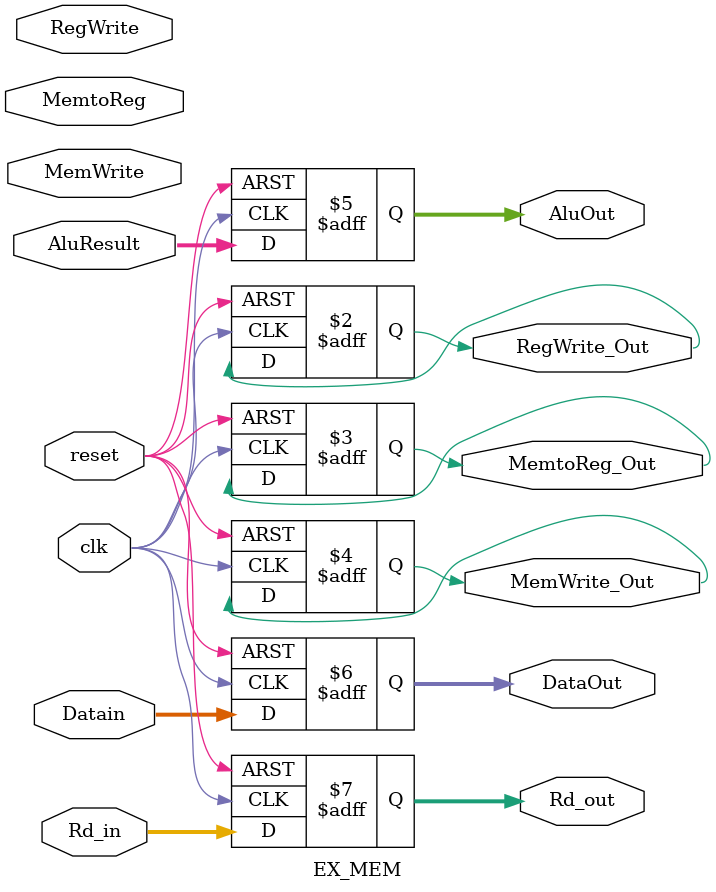
<source format=sv>
module EX_MEM (
    input logic clk,
    input logic reset,
    // Señales de entrada
    input logic  RegWrite,
    input logic MemtoReg,
    input logic MemWrite,

    //Datos de entrada
    input logic [63:0] AluResult  ,
    input logic [63:0] Datain,
    input logic [4:0] Rd_in,

    // Señales de salida
    output logic  RegWrite_Out,
    output logic MemtoReg_Out,
    output logic MemWrite_Out,

    //datos de salida 
    output logic [63:0] AluOut,
    output logic [63:0] DataOut,
    output logic [4:0] Rd_out

);
always_ff @(posedge clk or posedge reset) begin
    if (reset) begin
    // Inicializar las señales de control a cero en caso de reset
        RegWrite_Out <= 0;
        MemtoReg_Out <= 0;
        MemWrite_Out <= 0;

     // Inicializar los datos a cero en caso de reset
        AluOut  <= 64'b0;
        DataOut <= 64'b0;
        Rd_out  <= 5'b0;


    end else begin 
    //valores de control a la salida
        RegWrite_out <= RegWrite;
        MemtoReg_out <= MemtoReg;
        MemWrite_out <= MemWrite;

    //valores de datos a la salida
        AluOut <= AluResult;
        DataOut <= Datain;
        Rd_out <= Rd_in;

    end

    end
    
endmodule
</source>
